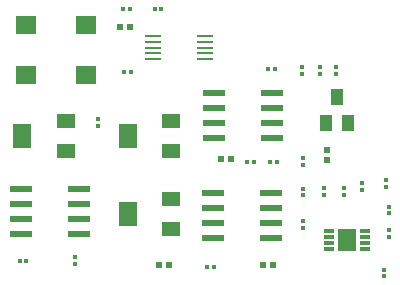
<source format=gtp>
G04 Layer_Color=8421504*
%FSLAX24Y24*%
%MOIN*%
G70*
G01*
G75*
%ADD10R,0.0630X0.0512*%
%ADD11R,0.0630X0.0787*%
%ADD12R,0.0134X0.0142*%
%ADD13R,0.0213X0.0236*%
%ADD14R,0.0780X0.0210*%
%ADD15R,0.0708X0.0629*%
%ADD16R,0.0520X0.0110*%
%ADD17R,0.0236X0.0213*%
%ADD18R,0.0320X0.0120*%
%ADD19R,0.0630X0.0740*%
%ADD20R,0.0142X0.0134*%
%ADD21R,0.0394X0.0551*%
D10*
X-8793Y3000D02*
D03*
Y4000D02*
D03*
X-8787Y5600D02*
D03*
Y6600D02*
D03*
X-12315Y5600D02*
D03*
Y6600D02*
D03*
D11*
X-10250Y3500D02*
D03*
X-10243Y6100D02*
D03*
X-13772D02*
D03*
D12*
X-5280Y5250D02*
D03*
X-5500D02*
D03*
X-10143Y8250D02*
D03*
X-10364D02*
D03*
X-7593Y1750D02*
D03*
X-7373D02*
D03*
X-10173Y10350D02*
D03*
X-10393D02*
D03*
X-5570Y8350D02*
D03*
X-5350D02*
D03*
X-9123Y10350D02*
D03*
X-9343D02*
D03*
X-6270Y5250D02*
D03*
X-6050D02*
D03*
X-13850Y1950D02*
D03*
X-13630D02*
D03*
D13*
X-6800Y5350D02*
D03*
X-7139D02*
D03*
X-10174Y9720D02*
D03*
X-10513D02*
D03*
X-8874Y1800D02*
D03*
X-9213D02*
D03*
X-5739D02*
D03*
X-5400D02*
D03*
D14*
X-5453Y4200D02*
D03*
Y3700D02*
D03*
Y3200D02*
D03*
Y2700D02*
D03*
X-7393D02*
D03*
Y3200D02*
D03*
Y3700D02*
D03*
Y4200D02*
D03*
X-5443Y7550D02*
D03*
Y7050D02*
D03*
Y6550D02*
D03*
Y6050D02*
D03*
X-7383D02*
D03*
Y6550D02*
D03*
Y7050D02*
D03*
Y7550D02*
D03*
X-11853Y4350D02*
D03*
Y3850D02*
D03*
Y3350D02*
D03*
Y2850D02*
D03*
X-13793D02*
D03*
Y3350D02*
D03*
Y3850D02*
D03*
Y4350D02*
D03*
D15*
X-11643Y8147D02*
D03*
X-13643Y9800D02*
D03*
Y8147D02*
D03*
X-11643Y9800D02*
D03*
D16*
X-7668Y9444D02*
D03*
Y9247D02*
D03*
Y9050D02*
D03*
Y8853D02*
D03*
Y8656D02*
D03*
X-9400D02*
D03*
Y8853D02*
D03*
Y9050D02*
D03*
Y9247D02*
D03*
Y9444D02*
D03*
D17*
X-3600Y5311D02*
D03*
Y5650D02*
D03*
D18*
X-3543Y2950D02*
D03*
Y2750D02*
D03*
Y2550D02*
D03*
Y2350D02*
D03*
X-2343D02*
D03*
Y2550D02*
D03*
Y2750D02*
D03*
Y2950D02*
D03*
D19*
X-2943Y2650D02*
D03*
D20*
X-1643Y4620D02*
D03*
Y4400D02*
D03*
X-1700Y1430D02*
D03*
Y1650D02*
D03*
X-4450Y8180D02*
D03*
Y8400D02*
D03*
X-11243Y6670D02*
D03*
Y6450D02*
D03*
X-3293Y8400D02*
D03*
Y8180D02*
D03*
X-3850D02*
D03*
Y8400D02*
D03*
X-12000Y1850D02*
D03*
Y2070D02*
D03*
X-4393Y4350D02*
D03*
Y4130D02*
D03*
Y5150D02*
D03*
Y5370D02*
D03*
X-3043Y4150D02*
D03*
Y4370D02*
D03*
X-1550Y3750D02*
D03*
Y3530D02*
D03*
X-4393Y3270D02*
D03*
Y3050D02*
D03*
X-2450Y4300D02*
D03*
Y4520D02*
D03*
X-3693Y4370D02*
D03*
Y4150D02*
D03*
X-1550Y2970D02*
D03*
Y2750D02*
D03*
D21*
X-3648Y6550D02*
D03*
X-2900D02*
D03*
X-3274Y7416D02*
D03*
M02*

</source>
